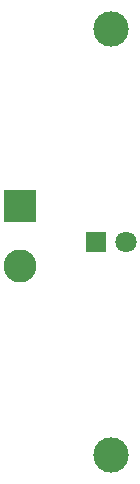
<source format=gbl>
G04 #@! TF.GenerationSoftware,KiCad,Pcbnew,9.0.0*
G04 #@! TF.CreationDate,2025-04-19T11:55:25+01:00*
G04 #@! TF.ProjectId,LED_Connector,4c45445f-436f-46e6-9e65-63746f722e6b,rev?*
G04 #@! TF.SameCoordinates,Original*
G04 #@! TF.FileFunction,Copper,L2,Bot*
G04 #@! TF.FilePolarity,Positive*
%FSLAX46Y46*%
G04 Gerber Fmt 4.6, Leading zero omitted, Abs format (unit mm)*
G04 Created by KiCad (PCBNEW 9.0.0) date 2025-04-19 11:55:25*
%MOMM*%
%LPD*%
G01*
G04 APERTURE LIST*
G04 #@! TA.AperFunction,ComponentPad*
%ADD10R,2.800000X2.800000*%
G04 #@! TD*
G04 #@! TA.AperFunction,ComponentPad*
%ADD11C,2.800000*%
G04 #@! TD*
G04 #@! TA.AperFunction,ComponentPad*
%ADD12R,1.800000X1.800000*%
G04 #@! TD*
G04 #@! TA.AperFunction,ComponentPad*
%ADD13C,1.800000*%
G04 #@! TD*
G04 #@! TA.AperFunction,ViaPad*
%ADD14C,3.000000*%
G04 #@! TD*
G04 APERTURE END LIST*
D10*
X139700000Y-96955000D03*
D11*
X139700000Y-102035000D03*
D12*
X146170000Y-100000000D03*
D13*
X148710000Y-100000000D03*
D14*
X147450000Y-81975000D03*
X147450000Y-118000000D03*
M02*

</source>
